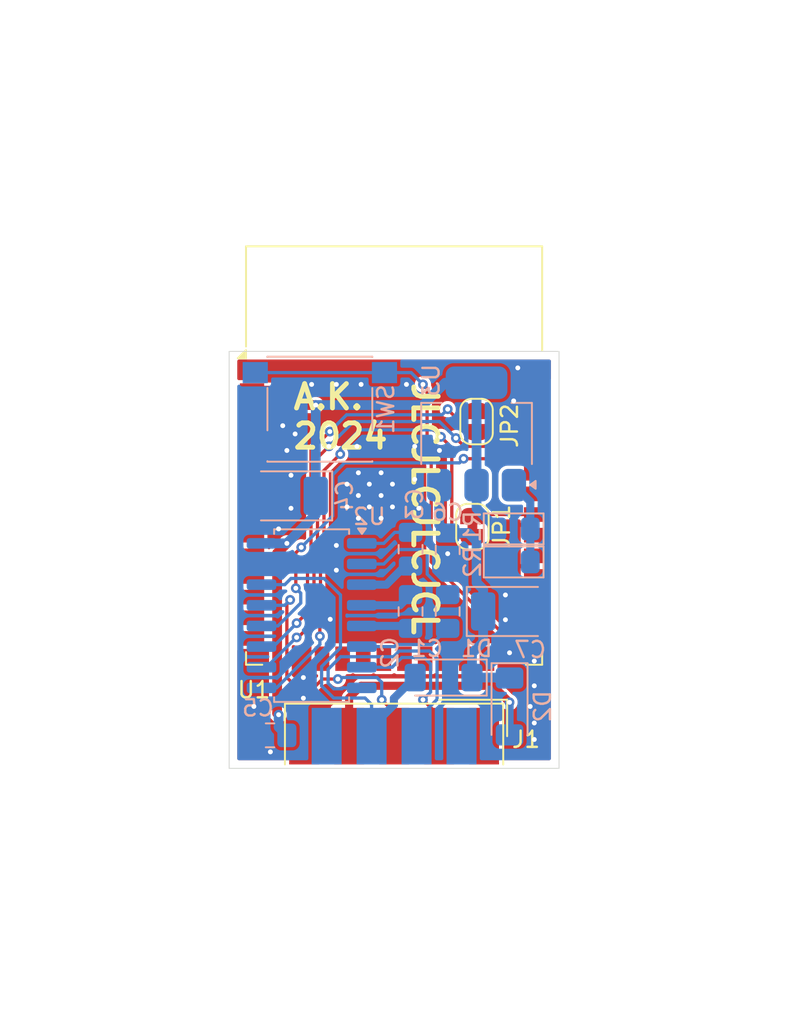
<source format=kicad_pcb>
(kicad_pcb (version 20240108) (generator "pcbnew") (generator_version "8.0")
  (layers (0 "F.Cu" signal) (31 "B.Cu" signal) (34 "B.Paste" user) (35 "F.Paste" user) (36 "B.SilkS" user "B.Silkscreen") (37 "F.SilkS" user "F.Silkscreen") (38 "B.Mask" user) (39 "F.Mask" user) (44 "Edge.Cuts" user))
  (net 0 "")
  (net 1 "Net-(U2-VS+)")
  (net 2 "Net-(U2-VS-)")
  (net 3 "Net-(U2-C2+)")
  (net 4 "Net-(U2-C2-)")
  (net 5 "Net-(U2-C1+)")
  (net 6 "Net-(U2-C1-)")
  (net 7 "VCC")
  (net 8 "GND")
  (net 9 "Net-(D1-K)")
  (net 10 "/~{RS232_CTS}")
  (net 11 "Net-(D2-A)")
  (net 12 "/RS232_TX")
  (net 13 "/RS232_RX")
  (net 15 "/~{RS232_RTS}")
  (net 18 "Net-(JP1-B)")
  (net 19 "Net-(JP1-A)")
  (net 20 "Net-(JP2-B)")
  (net 21 "Net-(JP2-A)")
  (net 22 "Net-(U3-ADJ)")
  (net 23 "Net-(U1-IO0)")
  (net 24 "Net-(U1-TXD0{slash}IO1)")
  (net 28 "Net-(U1-RXD0{slash}IO3)")
  (footprint "Jumper:SolderJumper-2_P1.3mm_Bridged_RoundedPad1.0x1.5mm" (layer "F.Cu") (at 129.54 81.026 -90)
    (property "Reference" "JP2" (at 0.254 -2.032 -90) (layer "F.SilkS"))
    (property "Value" "~{RTS}")
    (fp_poly (pts (xy 0.25 -0.3) (xy -0.25 -0.3) (xy -0.25 0.3) (xy 0.25 0.3)) (fill solid) (layer "F.Cu"))
    (fp_line (start 0.7 1) (end -0.7 1) (stroke (width 0.12)) (layer "F.SilkS"))
    (fp_line (start -1.4 0.3) (end -1.4 -0.3) (stroke (width 0.12)) (layer "F.SilkS"))
    (fp_line (start 1.4 -0.3) (end 1.4 0.3) (stroke (width 0.12)) (layer "F.SilkS"))
    (fp_line (start -0.7 -1) (end 0.7 -1) (stroke (width 0.12)) (layer "F.SilkS"))
    (fp_arc (start -0.7 1) (mid -1.194975 0.794975) (end -1.4 0.3) (stroke (width 0.12)) (layer "F.SilkS"))
    (fp_arc (start 1.4 0.3) (mid 1.194975 0.794975) (end 0.7 1) (stroke (width 0.12)) (layer "F.SilkS"))
    (fp_arc (start -1.4 -0.3) (mid -1.194975 -0.794975) (end -0.7 -1) (stroke (width 0.12)) (layer "F.SilkS"))
    (fp_arc (start 0.7 -1) (mid 1.194975 -0.794975) (end 1.4 -0.3) (stroke (width 0.12)) (layer "F.SilkS"))
    (pad "1" smd custom (at -0.65 0 270) (size 1 0.5) (layers "F.Cu" "F.Mask") (net 21 "Net-(JP2-A)") (options (clearance outline) (anchor rect)) (primitives (gr_circle (center 0 0.25) (end 0.5 0.25) (width 0) (fill yes)) (gr_circle (center 0 -0.25) (end 0.5 -0.25) (width 0) (fill yes)) (gr_poly (pts (xy 0.5 0.75) (xy 0 0.75) (xy 0 -0.75) (xy 0.5 -0.75)) (width 0) (fill yes))))
    (pad "2" smd custom (at 0.65 0 270) (size 1 0.5) (layers "F.Cu" "F.Mask") (net 20 "Net-(JP2-B)") (options (clearance outline) (anchor rect)) (primitives (gr_circle (center 0 0.25) (end 0.5 0.25) (width 0) (fill yes)) (gr_circle (center 0 -0.25) (end 0.5 -0.25) (width 0) (fill yes)) (gr_poly (pts (xy 0 0.75) (xy -0.5 0.75) (xy -0.5 -0.75) (xy 0 -0.75)) (width 0) (fill yes))))
  )
  (footprint "Connector_Dsub:DSUB-9_Female_EdgeMount_P2.77mm" (layer "F.Cu") (at 124.46 100.3795)
    (property "Reference" "J1" (at 8.128 0.2045 0) (layer "F.SilkS"))
    (property "Value" "DE9_Receptacle")
    (fp_line (start -6.723333 -2) (end -6.723333 1.74) (stroke (width 0.12)) (layer "F.SilkS"))
    (fp_line (start 6.723333 -2) (end -6.723333 -2) (stroke (width 0.12)) (layer "F.SilkS"))
    (fp_line (start 6.723333 1.74) (end 6.723333 -2) (stroke (width 0.12)) (layer "F.SilkS"))
    (fp_line (start 6.963333 -2.24) (end 2.77 -2.24) (stroke (width 0.12)) (layer "F.SilkS"))
    (fp_line (start 6.963333 0) (end 6.963333 -2.24) (stroke (width 0.12)) (layer "F.SilkS"))
    (pad "1" smd rect (at 5.54 0) (size 1.846667 3.48) (layers "F.Cu" "F.Paste" "F.Mask"))
    (pad "2" smd rect (at 2.77 0) (size 1.846667 3.48) (layers "F.Cu" "F.Paste" "F.Mask") (net 13 "/RS232_RX"))
    (pad "3" smd rect (at 0 0) (size 1.846667 3.48) (layers "F.Cu" "F.Paste" "F.Mask") (net 12 "/RS232_TX"))
    (pad "4" smd rect (at -2.77 0) (size 1.846667 3.48) (layers "F.Cu" "F.Paste" "F.Mask") (net 11 "Net-(D2-A)"))
    (pad "5" smd rect (at -5.54 0) (size 1.846667 3.48) (layers "F.Cu" "F.Paste" "F.Mask") (net 8 "GND"))
    (pad "6" smd rect (at 4.155 0) (size 1.846667 3.48) (layers "B.Cu" "B.Paste" "B.Mask"))
    (pad "7" smd rect (at 1.385 0) (size 1.846667 3.48) (layers "B.Cu" "B.Paste" "B.Mask") (net 15 "/~{RS232_RTS}"))
    (pad "8" smd rect (at -1.385 0) (size 1.846667 3.48) (layers "B.Cu" "B.Paste" "B.Mask") (net 10 "/~{RS232_CTS}"))
    (pad "9" smd rect (at -4.155 0) (size 1.846667 3.48) (layers "B.Cu" "B.Paste" "B.Mask"))
  )
  (footprint "RF_Module:ESP32-WROOM-32D" (layer "F.Cu") (at 124.46 86.106)
    (property "Reference" "U1" (at -8.636 11.43 0) (layer "F.SilkS"))
    (property "Value" "ESP32-WROOM-32E")
    (fp_line (start -9.12 -15.86) (end -9.12 -9.7) (stroke (width 0.12)) (layer "F.SilkS"))
    (fp_line (start -9.12 -15.86) (end 9.12 -15.86) (stroke (width 0.12)) (layer "F.SilkS"))
    (fp_line (start -9.12 9.1) (end -9.12 9.88) (stroke (width 0.12)) (layer "F.SilkS"))
    (fp_line (start -9.12 9.88) (end -8.12 9.88) (stroke (width 0.12)) (layer "F.SilkS"))
    (fp_line (start 9.12 -15.86) (end 9.12 -9.445) (stroke (width 0.12)) (layer "F.SilkS"))
    (fp_line (start 9.12 9.1) (end 9.12 9.88) (stroke (width 0.12)) (layer "F.SilkS"))
    (fp_line (start 9.12 9.88) (end 8.12 9.88) (stroke (width 0.12)) (layer "F.SilkS"))
    (fp_poly (pts (xy -9.125 -8.975) (xy -9.625 -8.975) (xy -9.125 -9.475) (xy -9.125 -8.975)) (stroke (width 0.12)) (fill solid) (layer "F.SilkS"))
    (pad "1" smd rect (at -8.75 -8.25) (size 1.5 0.9) (layers "F.Cu" "F.Paste" "F.Mask") (net 8 "GND"))
    (pad "2" smd rect (at -8.75 -6.98) (size 1.5 0.9) (layers "F.Cu" "F.Paste" "F.Mask") (net 7 "VCC"))
    (pad "3" smd rect (at -8.75 -5.71) (size 1.5 0.9) (layers "F.Cu" "F.Paste" "F.Mask") (net 7 "VCC"))
    (pad "4" smd rect (at -8.75 -4.44) (size 1.5 0.9) (layers "F.Cu" "F.Paste" "F.Mask"))
    (pad "5" smd rect (at -8.75 -3.17) (size 1.5 0.9) (layers "F.Cu" "F.Paste" "F.Mask"))
    (pad "6" smd rect (at -8.75 -1.9) (size 1.5 0.9) (layers "F.Cu" "F.Paste" "F.Mask"))
    (pad "7" smd rect (at -8.75 -0.63) (size 1.5 0.9) (layers "F.Cu" "F.Paste" "F.Mask"))
    (pad "8" smd rect (at -8.75 0.64) (size 1.5 0.9) (layers "F.Cu" "F.Paste" "F.Mask"))
    (pad "9" smd rect (at -8.75 1.91) (size 1.5 0.9) (layers "F.Cu" "F.Paste" "F.Mask"))
    (pad "10" smd rect (at -8.75 3.18) (size 1.5 0.9) (layers "F.Cu" "F.Paste" "F.Mask"))
    (pad "11" smd rect (at -8.75 4.45) (size 1.5 0.9) (layers "F.Cu" "F.Paste" "F.Mask"))
    (pad "12" smd rect (at -8.75 5.72) (size 1.5 0.9) (layers "F.Cu" "F.Paste" "F.Mask"))
    (pad "13" smd rect (at -8.75 6.99) (size 1.5 0.9) (layers "F.Cu" "F.Paste" "F.Mask"))
    (pad "14" smd rect (at -8.75 8.26) (size 1.5 0.9) (layers "F.Cu" "F.Paste" "F.Mask"))
    (pad "15" smd rect (at -5.71 9.51 90) (size 1.5 0.9) (layers "F.Cu" "F.Paste" "F.Mask") (net 8 "GND"))
    (pad "16" smd rect (at -4.44 9.51 90) (size 1.5 0.9) (layers "F.Cu" "F.Paste" "F.Mask"))
    (pad "17" smd rect (at -3.17 9.51 90) (size 1.5 0.9) (layers "F.Cu" "F.Paste" "F.Mask"))
    (pad "18" smd rect (at -1.9 9.51 90) (size 1.5 0.9) (layers "F.Cu" "F.Paste" "F.Mask"))
    (pad "19" smd rect (at -0.63 9.51 90) (size 1.5 0.9) (layers "F.Cu" "F.Paste" "F.Mask"))
    (pad "20" smd rect (at 0.64 9.51 90) (size 1.5 0.9) (layers "F.Cu" "F.Paste" "F.Mask"))
    (pad "21" smd rect (at 1.91 9.51 90) (size 1.5 0.9) (layers "F.Cu" "F.Paste" "F.Mask"))
    (pad "22" smd rect (at 3.18 9.51 90) (size 1.5 0.9) (layers "F.Cu" "F.Paste" "F.Mask"))
    (pad "23" smd rect (at 4.45 9.51 90) (size 1.5 0.9) (layers "F.Cu" "F.Paste" "F.Mask"))
    (pad "24" smd rect (at 5.72 9.51 90) (size 1.5 0.9) (layers "F.Cu" "F.Paste" "F.Mask"))
    (pad "25" smd rect (at 8.75 8.26) (size 1.5 0.9) (layers "F.Cu" "F.Paste" "F.Mask") (net 23 "Net-(U1-IO0)"))
    (pad "26" smd rect (at 8.75 6.99) (size 1.5 0.9) (layers "F.Cu" "F.Paste" "F.Mask"))
    (pad "27" smd rect (at 8.75 5.72) (size 1.5 0.9) (layers "F.Cu" "F.Paste" "F.Mask"))
    (pad "28" smd rect (at 8.75 4.45) (size 1.5 0.9) (layers "F.Cu" "F.Paste" "F.Mask"))
    (pad "29" smd rect (at 8.75 3.18) (size 1.5 0.9) (layers "F.Cu" "F.Paste" "F.Mask"))
    (pad "30" smd rect (at 8.75 1.91) (size 1.5 0.9) (layers "F.Cu" "F.Paste" "F.Mask"))
    (pad "31" smd rect (at 8.75 0.64) (size 1.5 0.9) (layers "F.Cu" "F.Paste" "F.Mask") (net 19 "Net-(JP1-A)"))
    (pad "32" smd rect (at 8.75 -0.63) (size 1.5 0.9) (layers "F.Cu" "F.Paste" "F.Mask"))
    (pad "33" smd rect (at 8.75 -1.9) (size 1.5 0.9) (layers "F.Cu" "F.Paste" "F.Mask"))
    (pad "34" smd rect (at 8.75 -3.17) (size 1.5 0.9) (layers "F.Cu" "F.Paste" "F.Mask") (net 28 "Net-(U1-RXD0{slash}IO3)"))
    (pad "35" smd rect (at 8.75 -4.44) (size 1.5 0.9) (layers "F.Cu" "F.Paste" "F.Mask") (net 24 "Net-(U1-TXD0{slash}IO1)"))
    (pad "36" smd rect (at 8.75 -5.71) (size 1.5 0.9) (layers "F.Cu" "F.Paste" "F.Mask") (net 21 "Net-(JP2-A)"))
    (pad "37" smd rect (at 8.75 -6.98) (size 1.5 0.9) (layers "F.Cu" "F.Paste" "F.Mask"))
    (pad "38" smd rect (at 8.75 -8.25) (size 1.5 0.9) (layers "F.Cu" "F.Paste" "F.Mask") (net 8 "GND"))
    (pad "39" smd rect (at -2.9 -1.93) (size 0.9 0.9) (layers "F.Cu" "F.Paste") (net 8 "GND"))
    (pad "39" thru_hole circle (at -2.9 -1.23) (size 0.6 0.6) (drill 0.3) (property pad_prop_heatsink) (layers "*.Cu" "F.Mask") (net 8 "GND"))
    (pad "39" smd rect (at -2.9 -0.53) (size 0.9 0.9) (layers "F.Cu" "F.Paste") (net 8 "GND"))
    (pad "39" thru_hole circle (at -2.9 0.17) (size 0.6 0.6) (drill 0.3) (property pad_prop_heatsink) (layers "*.Cu" "F.Mask") (net 8 "GND"))
    (pad "39" smd rect (at -2.9 0.87) (size 0.9 0.9) (layers "F.Cu" "F.Paste") (net 8 "GND"))
    (pad "39" thru_hole circle (at -2.2 -1.93) (size 0.6 0.6) (drill 0.3) (property pad_prop_heatsink) (layers "*.Cu" "F.Mask") (net 8 "GND"))
    (pad "39" thru_hole circle (at -2.2 -0.53) (size 0.6 0.6) (drill 0.3) (property pad_prop_heatsink) (layers "*.Cu" "F.Mask") (net 8 "GND"))
    (pad "39" thru_hole circle (at -2.2 0.87) (size 0.6 0.6) (drill 0.3) (property pad_prop_heatsink) (layers "*.Cu" "F.Mask") (net 8 "GND"))
    (pad "39" thru_hole circle (at -1.525 -1.23) (size 0.6 0.6) (drill 0.3) (property pad_prop_heatsink) (layers "*.Cu" "F.Mask") (net 8 "GND"))
    (pad "39" thru_hole circle (at -1.525 0.17) (size 0.6 0.6) (drill 0.3) (property pad_prop_heatsink) (layers "*.Cu" "F.Mask") (net 8 "GND"))
    (pad "39" smd rect (at -1.5 -1.93) (size 0.9 0.9) (layers "F.Cu" "F.Paste") (net 8 "GND"))
    (pad "39" smd rect (at -1.5 -0.53) (size 0.9 0.9) (layers "F.Cu" "F.Paste") (net 8 "GND"))
    (pad "39" smd rect (at -1.5 -0.53) (size 3.8 3.8) (layers "F.Cu" "F.Mask") (net 8 "GND"))
    (pad "39" smd rect (at -1.5 0.87) (size 0.9 0.9) (layers "F.Cu" "F.Paste") (net 8 "GND"))
    (pad "39" thru_hole circle (at -0.8 -1.93) (size 0.6 0.6) (drill 0.3) (property pad_prop_heatsink) (layers "*.Cu" "F.Mask") (net 8 "GND"))
    (pad "39" thru_hole circle (at -0.8 -0.53) (size 0.6 0.6) (drill 0.3) (property pad_prop_heatsink) (layers "*.Cu" "F.Mask") (net 8 "GND"))
    (pad "39" thru_hole circle (at -0.8 0.87) (size 0.6 0.6) (drill 0.3) (property pad_prop_heatsink) (layers "*.Cu" "F.Mask") (net 8 "GND"))
    (pad "39" smd rect (at -0.1 -1.93) (size 0.9 0.9) (layers "F.Cu" "F.Paste") (net 8 "GND"))
    (pad "39" thru_hole circle (at -0.1 -1.23) (size 0.6 0.6) (drill 0.3) (property pad_prop_heatsink) (layers "*.Cu" "F.Mask") (net 8 "GND"))
    (pad "39" smd rect (at -0.1 -0.53) (size 0.9 0.9) (layers "F.Cu" "F.Paste") (net 8 "GND"))
    (pad "39" thru_hole circle (at -0.1 0.17) (size 0.6 0.6) (drill 0.3) (property pad_prop_heatsink) (layers "*.Cu" "F.Mask") (net 8 "GND"))
    (pad "39" smd rect (at -0.1 0.87) (size 0.9 0.9) (layers "F.Cu" "F.Paste") (net 8 "GND"))
    (zone (net 0) (net_name "") (layers "*.Cu") (connect_pads (clearance 0)) (min_thickness 0.254)
      (keepout (tracks not_allowed) (vias not_allowed) (pads not_allowed) (copperpour not_allowed) (footprints not_allowed))
      (fill (thermal_gap 0.508) (thermal_bridge_width 0.508))
      (polygon (pts (xy 100.46 76.556) (xy 148.46 76.556) (xy 148.46 55.366) (xy 100.46 55.366)))
    )
  )
  (footprint "Jumper:SolderJumper-2_P1.3mm_Bridged_RoundedPad1.0x1.5mm" (layer "F.Cu") (at 129.286 87.488 -90)
    (property "Reference" "JP1" (at 0 -1.8 90) (layer "F.SilkS"))
    (property "Value" "~{CTS}")
    (fp_poly (pts (xy 0.25 -0.3) (xy -0.25 -0.3) (xy -0.25 0.3) (xy 0.25 0.3)) (fill solid) (layer "F.Cu"))
    (fp_line (start 0.7 1) (end -0.7 1) (stroke (width 0.12)) (layer "F.SilkS"))
    (fp_line (start -1.4 0.3) (end -1.4 -0.3) (stroke (width 0.12)) (layer "F.SilkS"))
    (fp_line (start 1.4 -0.3) (end 1.4 0.3) (stroke (width 0.12)) (layer "F.SilkS"))
    (fp_line (start -0.7 -1) (end 0.7 -1) (stroke (width 0.12)) (layer "F.SilkS"))
    (fp_arc (start -0.7 1) (mid -1.194975 0.794975) (end -1.4 0.3) (stroke (width 0.12)) (layer "F.SilkS"))
    (fp_arc (start 1.4 0.3) (mid 1.194975 0.794975) (end 0.7 1) (stroke (width 0.12)) (layer "F.SilkS"))
    (fp_arc (start -1.4 -0.3) (mid -1.194975 -0.794975) (end -0.7 -1) (stroke (width 0.12)) (layer "F.SilkS"))
    (fp_arc (start 0.7 -1) (mid 1.194975 -0.794975) (end 1.4 -0.3) (stroke (width 0.12)) (layer "F.SilkS"))
    (pad "1" smd custom (at -0.65 0 270) (size 1 0.5) (layers "F.Cu" "F.Mask") (net 19 "Net-(JP1-A)") (options (clearance outline) (anchor rect)) (primitives (gr_circle (center 0 0.25) (end 0.5 0.25) (width 0) (fill yes)) (gr_circle (center 0 -0.25) (end 0.5 -0.25) (width 0) (fill yes)) (gr_poly (pts (xy 0.5 0.75) (xy 0 0.75) (xy 0 -0.75) (xy 0.5 -0.75)) (width 0) (fill yes))))
    (pad "2" smd custom (at 0.65 0 270) (size 1 0.5) (layers "F.Cu" "F.Mask") (net 18 "Net-(JP1-B)") (options (clearance outline) (anchor rect)) (primitives (gr_circle (center 0 0.25) (end 0.5 0.25) (width 0) (fill yes)) (gr_circle (center 0 -0.25) (end 0.5 -0.25) (width 0) (fill yes)) (gr_poly (pts (xy 0 0.75) (xy -0.5 0.75) (xy -0.5 -0.75) (xy 0 -0.75)) (width 0) (fill yes))))
  )
  (footprint "Capacitor_SMD:C_0805_2012Metric_Pad1.18x1.45mm_HandSolder" (layer "B.Cu") (at 125.476 92.71 -90)
    (property "Reference" "C2" (at 2.54 1.27 -90) (layer "B.SilkS") (effects (justify mirror)))
    (property "Value" "10u")
    (fp_line (start 0.261252 0.735) (end -0.261252 0.735) (stroke (width 0.12)) (layer "B.SilkS"))
    (fp_line (start 0.261252 -0.735) (end -0.261252 -0.735) (stroke (width 0.12)) (layer "B.SilkS"))
    (pad "1" smd roundrect (at -1.0375 0 270) (size 1.175 1.45) (layers "B.Cu" "B.Paste" "B.Mask") (roundrect_rratio 0.212766) (net 3 "Net-(U2-C2+)"))
    (pad "2" smd roundrect (at 1.0375 0 270) (size 1.175 1.45) (layers "B.Cu" "B.Paste" "B.Mask") (roundrect_rratio 0.212766) (net 4 "Net-(U2-C2-)"))
  )
  (footprint "Capacitor_SMD:C_0805_2012Metric_Pad1.18x1.45mm_HandSolder" (layer "B.Cu") (at 125.476 88.8785 90)
    (property "Reference" "C3" (at 2.7725 0.254 90) (layer "B.SilkS") (effects (justify mirror)))
    (property "Value" "10u")
    (fp_line (start 0.261252 -0.735) (end -0.261252 -0.735) (stroke (width 0.12)) (layer "B.SilkS"))
    (fp_line (start 0.261252 0.735) (end -0.261252 0.735) (stroke (width 0.12)) (layer "B.SilkS"))
    (pad "1" smd roundrect (at -1.0375 0 90) (size 1.175 1.45) (layers "B.Cu" "B.Paste" "B.Mask") (roundrect_rratio 0.212766) (net 6 "Net-(U2-C1-)"))
    (pad "2" smd roundrect (at 1.0375 0 90) (size 1.175 1.45) (layers "B.Cu" "B.Paste" "B.Mask") (roundrect_rratio 0.212766) (net 5 "Net-(U2-C1+)"))
  )
  (footprint "PCM_Resistor_SMD_AKL:R_0805_2012Metric_Pad1.15x1.40mm_HandSolder" (layer "B.Cu") (at 131.826 87.63)
    (property "Reference" "R1" (at -2.54 -0.142 -90) (layer "B.SilkS") (effects (justify mirror)))
    (property "Value" "2K2")
    (fp_line (start -1.8415 -0.9525) (end -1.8415 0.9525) (stroke (width 0.12)) (layer "B.SilkS"))
    (fp_line (start -1.8415 0.9525) (end 1.8415 0.9525) (stroke (width 0.12)) (layer "B.SilkS"))
    (fp_line (start 1.8415 -0.9525) (end -1.8415 -0.9525) (stroke (width 0.12)) (layer "B.SilkS"))
    (fp_line (start 1.8415 0.9525) (end 1.8415 -0.9525) (stroke (width 0.12)) (layer "B.SilkS"))
    (pad "1" smd roundrect (at -1.025 0) (size 1.15 1.4) (layers "B.Cu" "B.Paste" "B.Mask") (roundrect_rratio 0.217391) (net 7 "VCC"))
    (pad "2" smd roundrect (at 1.025 0) (size 1.15 1.4) (layers "B.Cu" "B.Paste" "B.Mask") (roundrect_rratio 0.217391) (net 22 "Net-(U3-ADJ)"))
  )
  (footprint "Capacitor_SMD:C_0805_2012Metric_Pad1.18x1.45mm_HandSolder" (layer "B.Cu") (at 127.762 92.71 -90)
    (property "Reference" "C1" (at 2.286 1.27 180) (layer "B.SilkS") (effects (justify mirror)))
    (property "Value" "10u")
    (fp_line (start 0.261252 0.735) (end -0.261252 0.735) (stroke (width 0.12)) (layer "B.SilkS"))
    (fp_line (start 0.261252 -0.735) (end -0.261252 -0.735) (stroke (width 0.12)) (layer "B.SilkS"))
    (pad "1" smd roundrect (at -1.0375 0 270) (size 1.175 1.45) (layers "B.Cu" "B.Paste" "B.Mask") (roundrect_rratio 0.212766) (net 1 "Net-(U2-VS+)"))
    (pad "2" smd roundrect (at 1.0375 0 270) (size 1.175 1.45) (layers "B.Cu" "B.Paste" "B.Mask") (roundrect_rratio 0.212766) (net 2 "Net-(U2-VS-)"))
  )
  (footprint "Diode_SMD:D_MiniMELF" (layer "B.Cu") (at 127.508 96.774 180)
    (property "Reference" "D1" (at -2.032 1.778 0) (layer "B.SilkS") (effects (justify mirror)))
    (property "Value" "1N4148")
    (fp_line (start 1.75 -1.11) (end -2.66 -1.11) (stroke (width 0.12)) (layer "B.SilkS"))
    (fp_line (start -2.66 1.11) (end 1.75 1.11) (stroke (width 0.12)) (layer "B.SilkS"))
    (fp_line (start -2.66 -1.11) (end -2.66 1.11) (stroke (width 0.12)) (layer "B.SilkS"))
    (pad "1" smd roundrect (at -1.75 0 180) (size 1.3 1.7) (layers "B.Cu" "B.Paste" "B.Mask") (roundrect_rratio 0.1923076923) (net 9 "Net-(D1-K)"))
    (pad "2" smd roundrect (at 1.75 0 180) (size 1.3 1.7) (layers "B.Cu" "B.Paste" "B.Mask") (roundrect_rratio 0.1923076923) (net 10 "/~{RS232_CTS}"))
  )
  (footprint "Capacitor_Tantalum_SMD:CP_EIA-3528-15_AVX-H_Pad1.50x2.35mm_HandSolder" (layer "B.Cu") (at 118.009 85.598 180)
    (property "Reference" "C4" (at -3.403 0 -90) (layer "B.SilkS") (effects (justify mirror)))
    (property "Value" "22u")
    (fp_line (start 1.75 -1.51) (end -2.635 -1.51) (stroke (width 0.12)) (layer "B.SilkS"))
    (fp_line (start -2.635 1.51) (end 1.75 1.51) (stroke (width 0.12)) (layer "B.SilkS"))
    (fp_line (start -2.635 -1.51) (end -2.635 1.51) (stroke (width 0.12)) (layer "B.SilkS"))
    (pad "1" smd roundrect (at -1.625 0 180) (size 1.5 2.35) (layers "B.Cu" "B.Paste" "B.Mask") (roundrect_rratio 0.166667) (net 7 "VCC"))
    (pad "2" smd roundrect (at 1.625 0 180) (size 1.5 2.35) (layers "B.Cu" "B.Paste" "B.Mask") (roundrect_rratio 0.166667) (net 8 "GND"))
  )
  (footprint "Capacitor_Tantalum_SMD:CP_EIA-3528-15_AVX-H_Pad1.50x2.35mm_HandSolder" (layer "B.Cu") (at 131.572 92.71)
    (property "Reference" "C7" (at 1.27 2.35 0) (layer "B.SilkS") (effects (justify mirror)))
    (property "Value" "22u")
    (fp_line (start -2.635 -1.51) (end -2.635 1.51) (stroke (width 0.12)) (layer "B.SilkS"))
    (fp_line (start -2.635 1.51) (end 1.75 1.51) (stroke (width 0.12)) (layer "B.SilkS"))
    (fp_line (start 1.75 -1.51) (end -2.635 -1.51) (stroke (width 0.12)) (layer "B.SilkS"))
    (pad "1" smd roundrect (at -1.625 0) (size 1.5 2.35) (layers "B.Cu" "B.Paste" "B.Mask") (roundrect_rratio 0.166667) (net 9 "Net-(D1-K)"))
    (pad "2" smd roundrect (at 1.625 0) (size 1.5 2.35) (layers "B.Cu" "B.Paste" "B.Mask") (roundrect_rratio 0.166667) (net 8 "GND"))
  )
  (footprint "Package_SO:SOP-16_4.4x10.4mm_P1.27mm" (layer "B.Cu") (at 119.38 92.964 180)
    (property "Reference" "U2" (at -3.556 6.096 0) (layer "B.SilkS") (effects (justify mirror)))
    (property "Value" "MAX3232")
    (fp_line (start 2.31 5.31) (end 0 5.31) (stroke (width 0.12)) (layer "B.SilkS"))
    (fp_line (start 2.31 5.03) (end 2.31 5.31) (stroke (width 0.12)) (layer "B.SilkS"))
    (fp_line (start 2.31 -5.03) (end 2.31 -5.31) (stroke (width 0.12)) (layer "B.SilkS"))
    (fp_line (start 2.31 -5.31) (end 0 -5.31) (stroke (width 0.12)) (layer "B.SilkS"))
    (fp_line (start -2.31 5.31) (end 0 5.31) (stroke (width 0.12)) (layer "B.SilkS"))
    (fp_line (start -2.31 5.03) (end -2.31 5.31) (stroke (width 0.12)) (layer "B.SilkS"))
    (fp_line (start -2.31 -5.03) (end -2.31 -5.31) (stroke (width 0.12)) (layer "B.SilkS"))
    (fp_line (start -2.31 -5.31) (end 0 -5.31) (stroke (width 0.12)) (layer "B.SilkS"))
    (fp_poly (pts (xy -3.1 5.03) (xy -3.34 5.36) (xy -2.86 5.36) (xy -3.1 5.03)) (stroke (width 0.12)) (fill solid) (layer "B.SilkS"))
    (pad "1" smd roundrect (at -3.0875 4.445 180) (size 1.825 0.65) (layers "B.Cu" "B.Paste" "B.Mask") (net 5 "Net-(U2-C1+)"))
    (pad "2" smd roundrect (at -3.0875 3.175 180) (size 1.825 0.65) (layers "B.Cu" "B.Paste" "B.Mask") (net 1 "Net-(U2-VS+)"))
    (pad "3" smd roundrect (at -3.0875 1.905 180) (size 1.825 0.65) (layers "B.Cu" "B.Paste" "B.Mask") (net 6 "Net-(U2-C1-)"))
    (pad "4" smd roundrect (at -3.0875 0.635 180) (size 1.825 0.65) (layers "B.Cu" "B.Paste" "B.Mask") (net 3 "Net-(U2-C2+)"))
    (pad "5" smd roundrect (at -3.0875 -0.635 180) (size 1.825 0.65) (layers "B.Cu" "B.Paste" "B.Mask") (net 4 "Net-(U2-C2-)"))
    (pad "6" smd roundrect (at -3.0875 -1.905 180) (size 1.825 0.65) (layers "B.Cu" "B.Paste" "B.Mask") (net 2 "Net-(U2-VS-)"))
    (pad "7" smd roundrect (at -3.0875 -3.175 180) (size 1.825 0.65) (layers "B.Cu" "B.Paste" "B.Mask") (net 13 "/RS232_RX"))
    (pad "8" smd roundrect (at -3.0875 -4.445 180) (size 1.825 0.65) (layers "B.Cu" "B.Paste" "B.Mask") (net 15 "/~{RS232_RTS}"))
    (pad "9" smd roundrect (at 3.0875 -4.445 180) (size 1.825 0.65) (layers "B.Cu" "B.Paste" "B.Mask") (net 18 "Net-(JP1-B)"))
    (pad "10" smd roundrect (at 3.0875 -3.175 180) (size 1.825 0.65) (layers "B.Cu" "B.Paste" "B.Mask") (net 24 "Net-(U1-TXD0{slash}IO1)"))
    (pad "11" smd roundrect (at 3.0875 -1.905 180) (size 1.825 0.65) (layers "B.Cu" "B.Paste" "B.Mask") (net 20 "Net-(JP2-B)"))
    (pad "12" smd roundrect (at 3.0875 -0.635 180) (size 1.825 0.65) (layers "B.Cu" "B.Paste" "B.Mask") (net 28 "Net-(U1-RXD0{slash}IO3)"))
    (pad "13" smd roundrect (at 3.0875 0.635 180) (size 1.825 0.65) (layers "B.Cu" "B.Paste" "B.Mask") (net 12 "/RS232_TX"))
    (pad "14" smd roundrect (at 3.0875 1.905 180) (size 1.825 0.65) (layers "B.Cu" "B.Paste" "B.Mask") (net 10 "/~{RS232_CTS}"))
    (pad "15" smd roundrect (at 3.0875 3.175 180) (size 1.825 0.65) (layers "B.Cu" "B.Paste" "B.Mask") (net 8 "GND"))
    (pad "16" smd roundrect (at 3.0875 4.445 180) (size 1.825 0.65) (layers "B.Cu" "B.Paste" "B.Mask") (net 7 "VCC"))
  )
  (footprint "Diode_SMD:D_MiniMELF" (layer "B.Cu") (at 131.572 98.552 -90)
    (property "Reference" "D2" (at 0 -2.032 -90) (layer "B.SilkS") (effects (justify mirror)))
    (property "Value" "1N4148")
    (fp_line (start -2.66 1.11) (end 1.75 1.11) (stroke (width 0.12)) (layer "B.SilkS"))
    (fp_line (start -2.66 -1.11) (end -2.66 1.11) (stroke (width 0.12)) (layer "B.SilkS"))
    (fp_line (start 1.75 -1.11) (end -2.66 -1.11) (stroke (width 0.12)) (layer "B.SilkS"))
    (pad "1" smd roundrect (at -1.75 0 270) (size 1.3 1.7) (layers "B.Cu" "B.Paste" "B.Mask") (roundrect_rratio 0.1923076923) (net 9 "Net-(D1-K)"))
    (pad "2" smd roundrect (at 1.75 0 270) (size 1.3 1.7) (layers "B.Cu" "B.Paste" "B.Mask") (roundrect_rratio 0.1923076923) (net 11 "Net-(D2-A)"))
  )
  (footprint "Package_TO_SOT_SMD:SOT-223-3_TabPin2" (layer "B.Cu") (at 129.54 81.788 90)
    (property "Reference" "U3" (at 3.302 -2.794 90) (layer "B.SilkS") (effects (justify mirror)))
    (property "Value" "AMS1117")
    (fp_line (start 1.91 -3.41) (end -1.85 -3.41) (stroke (width 0.12)) (layer "B.SilkS"))
    (fp_line (start 1.91 -2.15) (end 1.91 -3.41) (stroke (width 0.12)) (layer "B.SilkS"))
    (fp_line (start 1.91 2.15) (end 1.91 3.41) (stroke (width 0.12)) (layer "B.SilkS"))
    (fp_line (start 1.91 3.41) (end -1.85 3.41) (stroke (width 0.12)) (layer "B.SilkS"))
    (fp_poly (pts (xy -3.13 3.31) (xy -3.37 3.64) (xy -2.89 3.64) (xy -3.13 3.31)) (stroke (width 0.12)) (fill solid) (layer "B.SilkS"))
    (pad "1" smd roundrect (at -3.15 2.3 90) (size 2 1.5) (layers "B.Cu" "B.Paste" "B.Mask") (net 22 "Net-(U3-ADJ)"))
    (pad "2" smd roundrect (at -3.15 0 90) (size 2 1.5) (layers "B.Cu" "B.Paste" "B.Mask") (net 7 "VCC"))
    (pad "2" smd roundrect (at 3.15 0 90) (size 2 3.8) (layers "B.Cu" "B.Paste" "B.Mask") (net 7 "VCC"))
    (pad "3" smd roundrect (at -3.15 -2.3 90) (size 2 1.5) (layers "B.Cu" "B.Paste" "B.Mask") (net 9 "Net-(D1-K)"))
  )
  (footprint "Capacitor_SMD:C_0805_2012Metric_Pad1.18x1.45mm_HandSolder" (layer "B.Cu") (at 116.8185 100.33 180)
    (property "Reference" "C5" (at 0.7405 1.68 0) (layer "B.SilkS") (effects (justify mirror)))
    (property "Value" "100n")
    (fp_line (start 0.261252 0.735) (end -0.261252 0.735) (stroke (width 0.12)) (layer "B.SilkS"))
    (fp_line (start 0.261252 -0.735) (end -0.261252 -0.735) (stroke (width 0.12)) (layer "B.SilkS"))
    (pad "1" smd roundrect (at -1.0375 0 180) (size 1.175 1.45) (layers "B.Cu" "B.Paste" "B.Mask") (roundrect_rratio 0.212766) (net 7 "VCC"))
    (pad "2" smd roundrect (at 1.0375 0 180) (size 1.175 1.45) (layers "B.Cu" "B.Paste" "B.Mask") (roundrect_rratio 0.212766) (net 8 "GND"))
  )
  (footprint "Capacitor_SMD:C_0805_2012Metric_Pad1.18x1.45mm_HandSolder" (layer "B.Cu") (at 127.762 88.9215 -90)
    (property "Reference" "C6" (at -2.3075 0 0) (layer "B.SilkS") (effects (justify mirror)))
    (property "Value" "100n")
    (fp_line (start 0.261252 0.735) (end -0.261252 0.735) (stroke (width 0.12)) (layer "B.SilkS"))
    (fp_line (start 0.261252 -0.735) (end -0.261252 -0.735) (stroke (width 0.12)) (layer "B.SilkS"))
    (pad "1" smd roundrect (at -1.0375 0 270) (size 1.175 1.45) (layers "B.Cu" "B.Paste" "B.Mask") (roundrect_rratio 0.212766) (net 9 "Net-(D1-K)"))
    (pad "2" smd roundrect (at 1.0375 0 270) (size 1.175 1.45) (layers "B.Cu" "B.Paste" "B.Mask") (roundrect_rratio 0.212766) (net 8 "GND"))
  )
  (footprint "Button_Switch_SMD:SW_SPST_PTS645" (layer "B.Cu") (at 119.888 80.264 180)
    (property "Reference" "SW1" (at -4.064 0 -90) (layer "B.SilkS") (effects (justify mirror)))
    (property "Value" "BOOT")
    (fp_line (start 3.23 3.23) (end -3.23 3.23) (stroke (width 0.12)) (layer "B.SilkS"))
    (fp_line (start 3.23 3.2) (end 3.23 3.23) (stroke (width 0.12)) (layer "B.SilkS"))
    (fp_line (start 3.23 -1.3) (end 3.23 1.3) (stroke (width 0.12)) (layer "B.SilkS"))
    (fp_line (start 3.23 -3.2) (end 3.23 -3.23) (stroke (width 0.12)) (layer "B.SilkS"))
    (fp_line (start 3.23 -3.23) (end -3.23 -3.23) (stroke (width 0.12)) (layer "B.SilkS"))
    (fp_line (start -3.23 3.23) (end -3.23 3.2) (stroke (width 0.12)) (layer "B.SilkS"))
    (fp_line (start -3.23 -1.3) (end -3.23 1.3) (stroke (width 0.12)) (layer "B.SilkS"))
    (fp_line (start -3.23 -3.2) (end -3.23 -3.23) (stroke (width 0.12)) (layer "B.SilkS"))
    (pad "1" smd rect (at -3.98 2.25 180) (size 1.55 1.3) (layers "B.Cu" "B.Paste" "B.Mask") (net 23 "Net-(U1-IO0)"))
    (pad "1" smd rect (at 3.98 2.25 180) (size 1.55 1.3) (layers "B.Cu" "B.Paste" "B.Mask") (net 23 "Net-(U1-IO0)"))
    (pad "2" smd rect (at -3.98 -2.25 180) (size 1.55 1.3) (layers "B.Cu" "B.Paste" "B.Mask") (net 8 "GND"))
    (pad "2" smd rect (at 3.98 -2.25 180) (size 1.55 1.3) (layers "B.Cu" "B.Paste" "B.Mask") (net 8 "GND"))
  )
  (footprint "PCM_Resistor_SMD_AKL:R_0805_2012Metric_Pad1.15x1.40mm_HandSolder" (layer "B.Cu") (at 131.826 89.662 180)
    (property "Reference" "R2" (at 2.54 0 -90) (layer "B.SilkS") (effects (justify mirror)))
    (property "Value" "3K3")
    (fp_line (start 1.8415 0.9525) (end 1.8415 -0.9525) (stroke (width 0.12)) (layer "B.SilkS"))
    (fp_line (start 1.8415 -0.9525) (end -1.8415 -0.9525) (stroke (width 0.12)) (layer "B.SilkS"))
    (fp_line (start -1.8415 0.9525) (end 1.8415 0.9525) (stroke (width 0.12)) (layer "B.SilkS"))
    (fp_line (start -1.8415 -0.9525) (end -1.8415 0.9525) (stroke (width 0.12)) (layer "B.SilkS"))
    (pad "1" smd roundrect (at -1.025 0 180) (size 1.15 1.4) (layers "B.Cu" "B.Paste" "B.Mask") (roundrect_rratio 0.217391) (net 22 "Net-(U3-ADJ)"))
    (pad "2" smd roundrect (at 1.025 0 180) (size 1.15 1.4) (layers "B.Cu" "B.Paste" "B.Mask") (roundrect_rratio 0.217391) (net 8 "GND"))
  )
  (gr_line (start 134.62 76.708) (end 134.62 102.362) (stroke (width 0.05)) (layer "Edge.Cuts"))
  (gr_line (start 134.62 102.362) (end 114.3 102.362) (stroke (width 0.05)) (layer "Edge.Cuts"))
  (gr_line (start 114.3 76.708) (end 134.62 76.708) (stroke (width 0.05)) (layer "Edge.Cuts"))
  (gr_line (start 114.3 102.362) (end 114.3 76.708) (stroke (width 0.05)) (layer "Edge.Cuts"))
  (gr_text "JLCJLCJLCJCL" (at 125.476 78.486 -90) (layer "F.SilkS") (effects (font (size 1.5 1.5) (thickness 0.3) (bold yes)) (justify left bottom)))
  (gr_text "A.K.\n2024" (at 118.11 82.804 0) (layer "F.SilkS") (effects (font (size 1.5 1.5) (thickness 0.3) (bold yes)) (justify left bottom)))
  (segment (start 126.238 88.9) (end 124.714 88.9) (width 0.2) (layer "B.Cu") (net 1))
  (segment (start 126.501 89.163) (end 126.238 88.9) (width 0.2) (layer "B.Cu") (net 1))
  (segment (start 126.501 89.163) (end 126.501 90.4115) (width 0.2) (layer "B.Cu") (net 1))
  (segment (start 124.714 88.9) (end 123.825 89.789) (width 0.2) (layer "B.Cu") (net 1))
  (segment (start 123.825 89.789) (end 122.4675 89.789) (width 0.2) (layer "B.Cu") (net 1))
  (segment (start 126.501 90.4115) (end 127.762 91.6725) (width 0.2) (layer "B.Cu") (net 1))
  (segment (start 127.762 93.7475) (end 126.7675 94.742) (width 0.2) (layer "B.Cu") (net 2))
  (segment (start 124.48026 94.869) (end 122.4675 94.869) (width 0.2) (layer "B.Cu") (net 2))
  (segment (start 126.7675 94.742) (end 124.60726 94.742) (width 0.2) (layer "B.Cu") (net 2))
  (segment (start 124.60726 94.742) (end 124.48026 94.869) (width 0.2) (layer "B.Cu") (net 2))
  (segment (start 122.4675 92.329) (end 124.8195 92.329) (width 0.5) (layer "B.Cu") (net 3))
  (segment (start 124.8195 92.329) (end 125.476 91.6725) (width 0.5) (layer "B.Cu") (net 3))
  (segment (start 125.3275 93.599) (end 125.476 93.7475) (width 0.5) (layer "B.Cu") (net 4))
  (segment (start 122.4675 93.599) (end 125.3275 93.599) (width 0.5) (layer "B.Cu") (net 4))
  (segment (start 124.503 87.841) (end 123.825 88.519) (width 0.2) (layer "B.Cu") (net 5))
  (segment (start 123.825 88.519) (end 122.4675 88.519) (width 0.2) (layer "B.Cu") (net 5))
  (segment (start 125.476 87.841) (end 124.503 87.841) (width 0.2) (layer "B.Cu") (net 5))
  (segment (start 125.126499 89.916) (end 125.476 89.916) (width 0.5) (layer "B.Cu") (net 6))
  (segment (start 123.983499 91.059) (end 125.126499 89.916) (width 0.5) (layer "B.Cu") (net 6))
  (segment (start 122.4675 91.059) (end 123.983499 91.059) (width 0.5) (layer "B.Cu") (net 6))
  (segment (start 118.618 80.01) (end 117.734 79.126) (width 0.6) (layer "F.Cu") (net 7))
  (segment (start 117.256 89.119) (end 117.256 98.968) (width 0.6) (layer "F.Cu") (net 7))
  (segment (start 119.634 80.01) (end 118.618 80.01) (width 0.6) (layer "F.Cu") (net 7))
  (segment (start 117.856 88.519) (end 117.256 89.119) (width 0.6) (layer "F.Cu") (net 7))
  (segment (start 115.71 80.396) (end 118.232 80.396) (width 0.6) (layer "F.Cu") (net 7))
  (segment (start 117.734 79.126) (end 115.71 79.126) (width 0.6) (layer "F.Cu") (net 7))
  (segment (start 117.256 98.968) (end 117.348 99.06) (width 0.6) (layer "F.Cu") (net 7))
  (segment (start 118.232 80.396) (end 118.618 80.01) (width 0.6) (layer "F.Cu") (net 7))
  (via (at 117.348 99.06) (size 0.6) (drill 0.3) (layers "F.Cu" "B.Cu") (net 7))
  (via (at 119.634 80.01) (size 0.6) (drill 0.3) (layers "F.Cu" "B.Cu") (net 7))
  (via (at 117.856 88.519) (size 0.6) (drill 0.3) (layers "F.Cu" "B.Cu") (net 7))
  (segment (start 119.634 80.01) (end 119.634 85.598) (width 0.6) (layer "B.Cu") (net 7))
  (segment (start 117.348 99.822) (end 117.856 100.33) (width 0.6) (layer "B.Cu") (net 7))
  (segment (start 126.238 80.01) (end 119.634 80.01) (width 0.6) (layer "B.Cu") (net 7))
  (segment (start 119.634 86.741) (end 119.634 85.598) (width 0.6) (layer "B.Cu") (net 7))
  (segment (start 117.856 88.519) (end 116.2925 88.519) (width 0.6) (layer "B.Cu") (net 7))
  (segment (start 129.54 86.369) (end 130.801 87.63) (width 0.6) (layer "B.Cu") (net 7))
  (segment (start 129.54 84.938) (end 129.54 86.369) (width 0.6) (layer "B.Cu") (net 7))
  (segment (start 129.54 78.638) (end 127.61 78.638) (width 0.6) (layer "B.Cu") (net 7))
  (segment (start 129.54 78.638) (end 129.54 84.938) (width 0.6) (layer "B.Cu") (net 7))
  (segment (start 127.61 78.638) (end 126.238 80.01) (width 0.6) (layer "B.Cu") (net 7))
  (segment (start 117.856 88.519) (end 119.634 86.741) (width 0.6) (layer "B.Cu") (net 7))
  (segment (start 117.348 99.06) (end 117.348 99.822) (width 0.6) (layer "B.Cu") (net 7))
  (segment (start 118.872 96.774) (end 118.872 95.738) (width 0.5) (layer "F.Cu") (net 8))
  (segment (start 118.872 95.738) (end 118.75 95.616) (width 0.5) (layer "F.Cu") (net 8))
  (via (at 122.174 82.55) (size 0.6) (drill 0.3) (layers "F.Cu" "B.Cu") (net 8))
  (via (at 133.096 99.568) (size 0.6) (drill 0.3) (layers "F.Cu" "B.Cu") (net 8))
  (via (at 118.872 96.774) (size 0.6) (drill 0.3) (layers "F.Cu" "B.Cu") (net 8))
  (via (at 133.096 97.282) (size 0.6) (drill 0.3) (layers "F.Cu" "B.Cu") (net 8))
  (via (at 118.11 86.36) (size 0.6) (drill 0.3) (layers "F.Cu" "B.Cu") (net 8))
  (via (at 118.364 81.788) (size 0.6) (drill 0.3) (layers "F.Cu" "B.Cu") (net 8))
  (via (at 125.73 84.582) (size 0.6) (drill 0.3) (layers "F.Cu" "B.Cu") (net 8))
  (via (at 133.096 95.758) (size 0.6) (drill 0.3) (layers "F.Cu" "B.Cu") (net 8))
  (via (at 131.572 95.25) (size 0.6) (drill 0.3) (layers "F.Cu" "B.Cu") (net 8))
  (via (at 117.602 81.28) (size 0.6) (drill 0.3) (layers "F.Cu" "B.Cu") (net 8))
  (via (at 120.904 90.17) (size 0.6) (drill 0.3) (layers "F.Cu" "B.Cu") (net 8))
  (via (at 118.872 98.044) (size 0.6) (drill 0.3) (layers "F.Cu" "B.Cu") (net 8))
  (via (at 132.08 77.724) (size 0.6) (drill 0.3) (layers "F.Cu" "B.Cu") (net 8))
  (via (at 125.73 82.55) (size 0.6) (drill 0.3) (layers "F.Cu" "B.Cu") (net 8))
  (via (at 125.984 86.36) (size 0.6) (drill 0.3) (layers "F.Cu" "B.Cu") (net 8))
  (via (at 120.904 78.74) (size 0.6) (drill 0.3) (layers "F.Cu" "B.Cu") (net 8))
  (via (at 125.222 78.74) (size 0.6) (drill 0.3) (layers "F.Cu" "B.Cu") (net 8))
  (via (at 120.904 88.646) (size 0.6) (drill 0.3) (layers "F.Cu" "B.Cu") (net 8))
  (via (at 131.318 93.218) (size 0.6) (drill 0.3) (layers "F.Cu" "B.Cu") (net 8))
  (via (at 131.318 91.694) (size 0.6) (drill 0.3) (layers "F.Cu" "B.Cu") (net 8))
  (via (at 116.84 101.346) (size 0.6) (drill 0.3) (layers "F.Cu" "B.Cu") (net 8))
  (via (at 127.254 82.804) (size 0.6) (drill 0.3) (layers "F.Cu" "B.Cu") (net 8))
  (via (at 115.824 98.552) (size 0.6) (drill 0.3) (layers "F.Cu" "B.Cu") (net 8))
  (via (at 122.428 78.74) (size 0.6) (drill 0.3) (layers "F.Cu" "B.Cu") (net 8))
  (via (at 120.526 93.189759) (size 0.6) (drill 0.3) (layers "F.Cu" "B.Cu") (net 8))
  (via (at 117.348 87.63) (size 0.6) (drill 0.3) (layers "F.Cu" "B.Cu") (net 8))
  (via (at 131.826 79.756) (size 0.6) (drill 0.3) (layers "F.Cu" "B.Cu") (net 8))
  (via (at 117.856 82.804) (size 0.6) (drill 0.3) (layers "F.Cu" "B.Cu") (net 8))
  (via (at 127.762 89.154) (size 0.6) (drill 0.3) (layers "F.Cu" "B.Cu") (net 8))
  (via (at 119.38 78.74) (size 0.6) (drill 0.3) (layers "F.Cu" "B.Cu") (net 8))
  (via (at 132.842 98.552) (size 0.6) (drill 0.3) (layers "F.Cu" "B.Cu") (net 8))
  (via (at 118.11 84.328) (size 0.6) (drill 0.3) (layers "F.Cu" "B.Cu") (net 8))
  (via (at 133.096 100.584) (size 0.6) (drill 0.3) (layers "F.Cu" "B.Cu") (net 8))
  (segment (start 127.762 89.154) (end 127.762 89.959) (width 0.5) (layer "B.Cu") (net 8))
  (segment (start 131.544 96.774) (end 131.572 96.802) (width 0.6) (layer "B.Cu") (net 9))
  (segment (start 129.947 94.589) (end 129.258 95.278) (width 0.6) (layer "B.Cu") (net 9))
  (segment (start 129.54 88.392) (end 129.032 87.884) (width 0.6) (layer "B.Cu") (net 9))
  (segment (start 129.258 96.774) (end 131.544 96.774) (width 0.6) (layer "B.Cu") (net 9))
  (segment (start 129.258 95.278) (end 129.258 96.774) (width 0.6) (layer "B.Cu") (net 9))
  (segment (start 129.947 91.339) (end 129.54 90.932) (width 0.6) (layer "B.Cu") (net 9))
  (segment (start 129.54 90.932) (end 129.54 88.392) (width 0.6) (layer "B.Cu") (net 9))
  (segment (start 127.24 84.938) (end 127.24 87.362) (width 0.6) (layer "B.Cu") (net 9))
  (segment (start 127.24 87.362) (end 127.762 87.884) (width 0.6) (layer "B.Cu") (net 9))
  (segment (start 129.947 92.71) (end 129.947 94.589) (width 0.6) (layer "B.Cu") (net 9))
  (segment (start 129.947 92.71) (end 129.947 91.339) (width 0.6) (layer "B.Cu") (net 9))
  (segment (start 129.032 87.884) (end 127.762 87.884) (width 0.6) (layer "B.Cu") (net 9))
  (segment (start 118.11 90.678) (end 120.142 90.678) (width 0.2) (layer "B.Cu") (net 10))
  (segment (start 116.2925 91.059) (end 117.729 91.059) (width 0.2) (layer "B.Cu") (net 10))
  (segment (start 123.075 99.823159) (end 123.075 100.3795) (width 0.5) (layer "B.Cu") (net 10))
  (segment (start 121.158 91.694) (end 121.158 94.938314) (width 0.2) (layer "B.Cu") (net 10))
  (segment (start 122.672 98.034) (end 123.075 98.437) (width 0.2) (layer "B.Cu") (net 10))
  (segment (start 123.075 98.437) (end 123.075 100.3795) (width 0.2) (layer "B.Cu") (net 10))
  (segment (start 125.73 96.774) (end 124.448 98.056) (width 0.5) (layer "B.Cu") (net 10))
  (segment (start 124.448 98.056) (end 124.448 98.450159) (width 0.5) (layer "B.Cu") (net 10))
  (segment (start 120.738157 98.034) (end 122.672 98.034) (width 0.2) (layer "B.Cu") (net 10))
  (segment (start 120.142 90.678) (end 121.158 91.694) (width 0.2) (layer "B.Cu") (net 10))
  (segment (start 124.448 98.450159) (end 123.075 99.823159) (width 0.5) (layer "B.Cu") (net 10))
  (segment (start 119.996 96.100314) (end 119.996 97.291843) (width 0.2) (layer "B.Cu") (net 10))
  (segment (start 125.758 96.774) (end 125.73 96.774) (width 0.5) (layer "B.Cu") (net 10))
  (segment (start 121.158 94.938314) (end 119.996 96.100314) (width 0.2) (layer "B.Cu") (net 10))
  (segment (start 117.729 91.059) (end 118.11 90.678) (width 0.2) (layer "B.Cu") (net 10))
  (segment (start 119.996 97.291843) (end 120.738157 98.034) (width 0.2) (layer "B.Cu") (net 10))
  (segment (start 121.69 98.02) (end 122.428 97.282) (width 0.5) (layer "F.Cu") (net 11))
  (segment (start 121.69 100.3795) (end 121.69 98.02) (width 0.5) (layer "F.Cu") (net 11))
  (segment (start 130.556 97.282) (end 131.572 98.298) (width 0.5) (layer "F.Cu") (net 11))
  (segment (start 122.428 97.282) (end 130.556 97.282) (width 0.5) (layer "F.Cu") (net 11))
  (via (at 131.572 98.298) (size 0.6) (drill 0.3) (layers "F.Cu" "B.Cu") (net 11))
  (segment (start 131.572 98.298) (end 131.572 100.302) (width 0.5) (layer "B.Cu") (net 11))
  (segment (start 120.049998 96.866002) (end 120.996 96.866002) (width 0.2) (layer "F.Cu") (net 12))
  (segment (start 124.46 98.901498) (end 124.46 100.3795) (width 0.2) (layer "F.Cu") (net 12))
  (segment (start 117.856 96.774) (end 118.456 97.374) (width 0.2) (layer "F.Cu") (net 12))
  (segment (start 119.542 97.374) (end 120.049998 96.866002) (width 0.2) (layer "F.Cu") (net 12))
  (segment (start 123.698 98.139498) (end 124.46 98.901498) (width 0.2) (layer "F.Cu") (net 12))
  (segment (start 117.856 92.196758) (end 117.856 96.774) (width 0.2) (layer "F.Cu") (net 12))
  (segment (start 118.056 91.996758) (end 117.856 92.196758) (width 0.2) (layer "F.Cu") (net 12))
  (segment (start 118.456 97.374) (end 119.542 97.374) (width 0.2) (layer "F.Cu") (net 12))
  (via (at 120.996 96.866002) (size 0.6) (drill 0.3) (layers "F.Cu" "B.Cu") (net 12))
  (via (at 118.056 91.996758) (size 0.6) (drill 0.3) (layers "F.Cu" "B.Cu") (net 12))
  (via (at 123.698 98.139498) (size 0.6) (drill 0.3) (layers "F.Cu" "B.Cu") (net 12))
  (segment (start 121.088002 96.774) (end 120.996 96.866002) (width 0.2) (layer "B.Cu") (net 12))
  (segment (start 118.056 91.996758) (end 117.723758 92.329) (width 0.2) (layer "B.Cu") (net 12))
  (segment (start 123.403576 96.774) (end 121.088002 96.774) (width 0.2) (layer "B.Cu") (net 12))
  (segment (start 123.698 97.068424) (end 123.403576 96.774) (width 0.2) (layer "B.Cu") (net 12))
  (segment (start 123.698 98.139498) (end 123.698 97.068424) (width 0.2) (layer "B.Cu") (net 12))
  (segment (start 117.723758 92.329) (end 116.2925 92.329) (width 0.2) (layer "B.Cu") (net 12))
  (segment (start 126.238 98.139498) (end 127.23 99.131498) (width 0.2) (layer "F.Cu") (net 13))
  (segment (start 127.23 99.131498) (end 127.23 100.3795) (width 0.2) (layer "F.Cu") (net 13))
  (via (at 126.238 98.139498) (size 0.6) (drill 0.3) (layers "F.Cu" "B.Cu") (net 13))
  (segment (start 126.238 98.139498) (end 126.708 97.669498) (width 0.2) (layer "B.Cu") (net 13))
  (segment (start 124.341631 96.139) (end 122.4675 96.139) (width 0.2) (layer "B.Cu") (net 13))
  (segment (start 126.708 97.669498) (end 126.708 95.939256) (width 0.2) (layer "B.Cu") (net 13))
  (segment (start 126.310744 95.542) (end 124.938631 95.542) (width 0.2) (layer "B.Cu") (net 13))
  (segment (start 124.938631 95.542) (end 124.341631 96.139) (width 0.2) (layer "B.Cu") (net 13))
  (segment (start 126.708 95.939256) (end 126.310744 95.542) (width 0.2) (layer "B.Cu") (net 13))
  (segment (start 125.845 100.3795) (end 126.486529 99.737971) (width 0.2) (layer "B.Cu") (net 15))
  (segment (start 120.396 97.126157) (end 120.735845 97.466002) (width 0.2) (layer "B.Cu") (net 15))
  (segment (start 120.735845 97.466002) (end 121.244529 97.466002) (width 0.2) (layer "B.Cu") (net 15))
  (segment (start 124.420945 95.494) (end 121.168 95.494) (width 0.2) (layer "B.Cu") (net 15))
  (segment (start 121.168 95.494) (end 120.396 96.266) (width 0.2) (layer "B.Cu") (net 15))
  (segment (start 121.301531 97.409) (end 122.4675 97.409) (width 0.2) (layer "B.Cu") (net 15))
  (segment (start 124.772945 95.142) (end 124.420945 95.494) (width 0.2) (layer "B.Cu") (net 15))
  (segment (start 126.638 95.142) (end 124.772945 95.142) (width 0.2) (layer "B.Cu") (net 15))
  (segment (start 126.486529 99.737971) (end 126.486529 98.739498) (width 0.2) (layer "B.Cu") (net 15))
  (segment (start 121.244529 97.466002) (end 121.301531 97.409) (width 0.2) (layer "B.Cu") (net 15))
  (segment (start 127.108 98.118027) (end 127.108 95.612) (width 0.2) (layer "B.Cu") (net 15))
  (segment (start 120.396 96.266) (end 120.396 97.126157) (width 0.2) (layer "B.Cu") (net 15))
  (segment (start 127.108 95.612) (end 126.638 95.142) (width 0.2) (layer "B.Cu") (net 15))
  (segment (start 126.486529 98.739498) (end 127.108 98.118027) (width 0.2) (layer "B.Cu") (net 15))
  (segment (start 119.888 93.529686) (end 119.926 93.491686) (width 0.2) (layer "F.Cu") (net 18))
  (segment (start 119.926 89.560271) (end 120.142 89.344271) (width 0.2) (layer "F.Cu") (net 18))
  (segment (start 119.888 94.234) (end 119.888 93.529686) (width 0.2) (layer "F.Cu") (net 18))
  (segment (start 119.926 93.491686) (end 119.926 89.560271) (width 0.2) (layer "F.Cu") (net 18))
  (segment (start 128.016 87.884) (end 128.27 88.138) (width 0.2) (layer "F.Cu") (net 18))
  (segment (start 120.142 89.344271) (end 120.142 84.031015) (width 0.2) (layer "F.Cu") (net 18))
  (segment (start 128.016 82.636527) (end 128.016 87.884) (width 0.2) (layer "F.Cu") (net 18))
  (segment (start 120.142 84.031015) (end 121.143672 83.029343) (width 0.2) (layer "F.Cu") (net 18))
  (segment (start 127.346 81.966527) (end 128.016 82.636527) (width 0.2) (layer "F.Cu") (net 18))
  (segment (start 128.27 88.138) (end 129.286 88.138) (width 0.2) (layer "F.Cu") (net 18))
  (via (at 121.143672 83.029343) (size 0.6) (drill 0.3) (layers "F.Cu" "B.Cu") (net 18))
  (via (at 119.888 94.234) (size 0.6) (drill 0.3) (layers "F.Cu" "B.Cu") (net 18))
  (via (at 127.346 81.966527) (size 0.6) (drill 0.3) (layers "F.Cu" "B.Cu") (net 18))
  (segment (start 126.913473 81.534) (end 122.341471 81.534) (width 0.2) (layer "B.Cu") (net 18))
  (segment (start 127.346 81.966527) (end 126.913473 81.534) (width 0.2) (layer "B.Cu") (net 18))
  (segment (start 121.143672 82.731799) (end 121.143672 83.029343) (width 0.2) (layer "B.Cu") (net 18))
  (segment (start 119.888 94.742) (end 117.221 97.409) (width 0.2) (layer "B.Cu") (net 18))
  (segment (start 122.341471 81.534) (end 121.143672 82.731799) (width 0.2) (layer "B.Cu") (net 18))
  (segment (start 119.888 94.234) (end 119.888 94.742) (width 0.2) (layer "B.Cu") (net 18))
  (segment (start 117.221 97.409) (end 116.2925 97.409) (width 0.2) (layer "B.Cu") (net 18))
  (segment (start 129.378 86.746) (end 129.286 86.838) (width 0.2) (layer "F.Cu") (net 19))
  (segment (start 133.21 86.746) (end 129.378 86.746) (width 0.2) (layer "F.Cu") (net 19))
  (segment (start 127.762 80.264) (end 127.762 80.279337) (width 0.2) (layer "F.Cu") (net 20))
  (segment (start 127.762 80.279337) (end 129.158663 81.676) (width 0.2) (layer "F.Cu") (net 20))
  (segment (start 120.502963 81.640963) (end 119.342 82.801926) (width 0.2) (layer "F.Cu") (net 20))
  (segment (start 119.126 92.758908) (end 118.456 93.428908) (width 0.2) (layer "F.Cu") (net 20))
  (segment (start 129.158663 81.676) (end 129.54 81.676) (width 0.2) (layer "F.Cu") (net 20))
  (segment (start 119.342 82.801926) (end 119.342 89.012899) (width 0.2) (layer "F.Cu") (net 20))
  (segment (start 119.126 89.228899) (end 119.126 92.758908) (width 0.2) (layer "F.Cu") (net 20))
  (segment (start 119.342 89.012899) (end 119.126 89.228899) (width 0.2) (layer "F.Cu") (net 20))
  (via (at 120.502963 81.640963) (size 0.6) (drill 0.3) (layers "F.Cu" "B.Cu") (net 20))
  (via (at 118.456 93.428908) (size 0.6) (drill 0.3) (layers "F.Cu" "B.Cu") (net 20))
  (via (at 127.762 80.264) (size 0.6) (drill 0.3) (layers "F.Cu" "B.Cu") (net 20))
  (segment (start 120.502963 81.640963) (end 121.533926 80.61) (width 0.2) (layer "B.Cu") (net 20))
  (segment (start 127.416 80.61) (end 127.762 80.264) (width 0.2) (layer "B.Cu") (net 20))
  (segment (start 121.533926 80.61) (end 127.416 80.61) (width 0.2) (layer "B.Cu") (net 20))
  (segment (start 118.456 93.437686) (end 117.024686 94.869) (width 0.2) (layer "B.Cu") (net 20))
  (segment (start 117.024686 94.869) (end 116.2925 94.869) (width 0.2) (layer "B.Cu") (net 20))
  (segment (start 118.456 93.428908) (end 118.456 93.437686) (width 0.2) (layer "B.Cu") (net 20))
  (segment (start 133.21 80.396) (end 129.56 80.396) (width 0.2) (layer "F.Cu") (net 21))
  (segment (start 129.56 80.396) (end 129.54 80.376) (width 0.2) (layer "F.Cu") (net 21))
  (segment (start 132.851 87.63) (end 132.851 85.949) (width 0.5) (layer "B.Cu") (net 22))
  (segment (start 132.851 85.949) (end 131.84 84.938) (width 0.5) (layer "B.Cu") (net 22))
  (segment (start 132.851 89.662) (end 132.851 87.63) (width 0.5) (layer "B.Cu") (net 22))
  (segment (start 126.492 83.312) (end 126.746 83.566) (width 0.2) (layer "F.Cu") (net 23))
  (segment (start 126.238 78.74) (end 126.492 78.994) (width 0.2) (layer "F.Cu") (net 23))
  (segment (start 126.746 89.662) (end 131.45 94.366) (width 0.2) (layer "F.Cu") (net 23))
  (segment (start 126.492 78.994) (end 126.492 83.312) (width 0.2) (layer "F.Cu") (net 23))
  (segment (start 126.746 83.566) (end 126.746 89.662) (width 0.2) (layer "F.Cu") (net 23))
  (segment (start 131.45 94.366) (end 133.21 94.366) (width 0.2) (layer "F.Cu") (net 23))
  (via (at 126.238 78.74) (size 0.6) (drill 0.3) (layers "F.Cu" "B.Cu") (net 23))
  (segment (start 115.908 78.014) (end 123.868 78.014) (width 0.2) (layer "B.Cu") (net 23))
  (segment (start 125.512 78.014) (end 123.868 78.014) (width 0.2) (layer "B.Cu") (net 23))
  (segment (start 126.238 78.74) (end 125.512 78.014) (width 0.2) (layer "B.Cu") (net 23))
  (segment (start 119.526 93.326) (end 118.545892 94.306108) (width 0.2) (layer "F.Cu") (net 24))
  (segment (start 118.545892 94.306108) (end 118.456 94.306108) (width 0.2) (layer "F.Cu") (net 24))
  (segment (start 119.742 83.250456) (end 119.742 89.178585) (width 0.2) (layer "F.Cu") (net 24))
  (segment (start 119.526 89.394585) (end 119.526 93.326) (width 0.2) (layer "F.Cu") (net 24))
  (segment (start 119.742 89.178585) (end 119.526 89.394585) (width 0.2) (layer "F.Cu") (net 24))
  (segment (start 131.186 81.666) (end 133.21 81.666) (width 0.2) (layer "F.Cu") (net 24))
  (segment (start 130.302 82.55) (end 131.186 81.666) (width 0.2) (layer "F.Cu") (net 24))
  (segment (start 128.778 82.55) (end 130.302 82.55) (width 0.2) (layer "F.Cu") (net 24))
  (segment (start 128.27 82.042) (end 128.778 82.55) (width 0.2) (layer "F.Cu") (net 24))
  (segment (start 120.442456 82.55) (end 119.742 83.250456) (width 0.2) (layer "F.Cu") (net 24))
  (via (at 120.442456 82.55) (size 0.6) (drill 0.3) (layers "F.Cu" "B.Cu") (net 24))
  (via (at 118.456 94.306108) (size 0.6) (drill 0.3) (layers "F.Cu" "B.Cu") (net 24))
  (via (at 128.27 82.042) (size 0.6) (drill 0.3) (layers "F.Cu" "B.Cu") (net 24))
  (segment (start 127.254 81.026) (end 128.27 82.042) (width 0.2) (layer "B.Cu") (net 24))
  (segment (start 116.603216 96.139) (end 116.2925 96.139) (width 0.2) (layer "B.Cu") (net 24))
  (segment (start 120.442456 82.55) (end 121.966456 81.026) (width 0.2) (layer "B.Cu") (net 24))
  (segment (start 118.436108 94.306108) (end 116.603216 96.139) (width 0.2) (layer "B.Cu") (net 24))
  (segment (start 118.456 94.306108) (end 118.436108 94.306108) (width 0.2) (layer "B.Cu") (net 24))
  (segment (start 121.966456 81.026) (end 127.254 81.026) (width 0.2) (layer "B.Cu") (net 24))
  (segment (start 130.932 82.936) (end 133.21 82.936) (width 0.2) (layer "F.Cu") (net 28))
  (segment (start 130.556 83.312) (end 130.932 82.936) (width 0.2) (layer "F.Cu") (net 28))
  (segment (start 118.407265 89.099105) (end 118.742 88.76437) (width 0.2) (layer "F.Cu") (net 28))
  (segment (start 128.74 83.312) (end 130.556 83.312) (width 0.2) (layer "F.Cu") (net 28))
  (segment (start 118.407265 91.278) (end 118.407265 89.099105) (width 0.2) (layer "F.Cu") (net 28))
  (via (at 118.407265 91.278) (size 0.6) (drill 0.3) (layers "F.Cu" "B.Cu") (net 28))
  (via (at 128.74 83.312) (size 0.6) (drill 0.3) (layers "F.Cu" "B.Cu") (net 28))
  (via (at 118.742 88.76437) (size 0.6) (drill 0.3) (layers "F.Cu" "B.Cu") (net 28))
  (segment (start 118.71 92.191287) (end 117.302287 93.599) (width 0.2) (layer "B.Cu") (net 28))
  (segment (start 120.684 86.82237) (end 118.742 88.76437) (width 0.2) (layer "B.Cu") (net 28))
  (segment (start 128.486 83.566) (end 121.412 83.566) (width 0.2) (layer "B.Cu") (net 28))
  (segment (start 118.407265 91.278) (end 118.71 91.580735) (width 0.2) (layer "B.Cu") (net 28))
  (segment (start 118.71 91.580735) (end 118.71 92.191287) (width 0.2) (layer "B.Cu") (net 28))
  (segment (start 117.302287 93.599) (end 116.2925 93.599) (width 0.2) (layer "B.Cu") (net 28))
  (segment (start 120.684 84.294) (end 120.684 86.82237) (width 0.2) (layer "B.Cu") (net 28))
  (segment (start 121.412 83.566) (end 120.684 84.294) (width 0.2) (layer "B.Cu") (net 28))
  (segment (start 128.74 83.312) (end 128.486 83.566) (width 0.2) (layer "B.Cu") (net 28))
  (zone (net 8) (net_name "GND") (layers "F&B.Cu") (connect_pads yes (clearance 0.2)) (min_thickness 0.2) (fill yes (thermal_gap 0.5) (thermal_bridge_width 0.5))
    (polygon (pts (xy 134.62 76.708) (xy 114.3 76.708) (xy 114.3 102.362) (xy 134.62 102.362)))
  )
)
</source>
